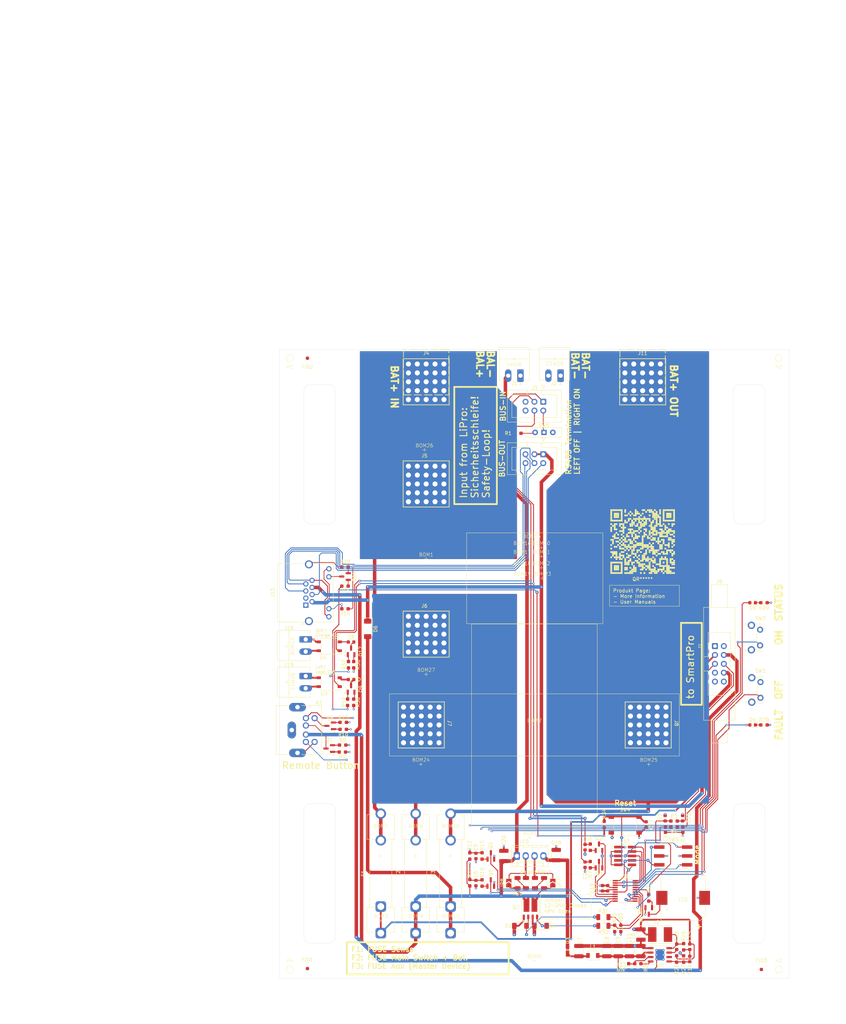
<source format=kicad_pcb>
(kicad_pcb
	(version 20241229)
	(generator "pcbnew")
	(generator_version "9.0")
	(general
		(thickness 1.627)
		(legacy_teardrops no)
	)
	(paper "A3" portrait)
	(layers
		(0 "F.Cu" signal)
		(4 "In1.Cu" signal)
		(6 "In2.Cu" signal)
		(8 "In3.Cu" signal)
		(10 "In4.Cu" signal)
		(2 "B.Cu" signal)
		(9 "F.Adhes" user "F.Adhesive")
		(11 "B.Adhes" user "B.Adhesive")
		(13 "F.Paste" user)
		(15 "B.Paste" user)
		(5 "F.SilkS" user "F.Silkscreen")
		(7 "B.SilkS" user "B.Silkscreen")
		(1 "F.Mask" user)
		(3 "B.Mask" user)
		(17 "Dwgs.User" user "User.Drawings")
		(19 "Cmts.User" user "User.Comments")
		(21 "Eco1.User" user "User.Eco1")
		(23 "Eco2.User" user "User.Eco2")
		(25 "Edge.Cuts" user)
		(27 "Margin" user)
		(31 "F.CrtYd" user "F.Courtyard")
		(29 "B.CrtYd" user "B.Courtyard")
		(35 "F.Fab" user)
		(33 "B.Fab" user)
		(39 "User.1" user)
		(41 "User.2" user)
		(43 "User.3" user)
		(45 "User.4" user)
		(47 "User.5" user)
		(49 "User.6" user)
		(51 "User.7" user)
		(53 "User.8" user)
		(55 "User.9" user)
	)
	(setup
		(stackup
			(layer "F.SilkS"
				(type "Top Silk Screen")
			)
			(layer "F.Paste"
				(type "Top Solder Paste")
			)
			(layer "F.Mask"
				(type "Top Solder Mask")
				(thickness 0.01)
			)
			(layer "F.Cu"
				(type "copper")
				(thickness 0.07)
			)
			(layer "dielectric 1"
				(type "prepreg")
				(thickness 0.1)
				(material "FR4")
				(epsilon_r 4.5)
				(loss_tangent 0.02)
			)
			(layer "In1.Cu"
				(type "copper")
				(thickness 0.07)
			)
			(layer "dielectric 2"
				(type "core")
				(thickness 0.4785)
				(material "FR4")
				(epsilon_r 4.5)
				(loss_tangent 0.02)
			)
			(layer "In2.Cu"
				(type "copper")
				(thickness 0.07)
			)
			(layer "dielectric 3"
				(type "prepreg")
				(thickness 0.1)
				(material "FR4")
				(epsilon_r 4.5)
				(loss_tangent 0.02)
			)
			(layer "In3.Cu"
				(type "copper")
				(thickness 0.035)
			)
			(layer "dielectric 4"
				(type "core")
				(thickness 0.4785)
				(material "FR4")
				(epsilon_r 4.5)
				(loss_tangent 0.02)
			)
			(layer "In4.Cu"
				(type "copper")
				(thickness 0.035)
			)
			(layer "dielectric 5"
				(type "prepreg")
				(thickness 0.1)
				(material "FR4")
				(epsilon_r 4.5)
				(loss_tangent 0.02)
			)
			(layer "B.Cu"
				(type "copper")
				(thickness 0.07)
			)
			(layer "B.Mask"
				(type "Bottom Solder Mask")
				(thickness 0.01)
			)
			(layer "B.Paste"
				(type "Bottom Solder Paste")
			)
			(layer "B.SilkS"
				(type "Bottom Silk Screen")
			)
			(copper_finish "None")
			(dielectric_constraints no)
		)
		(pad_to_mask_clearance 0)
		(allow_soldermask_bridges_in_footprints no)
		(tenting front back)
		(aux_axis_origin 100 120)
		(grid_origin 173 120)
		(pcbplotparams
			(layerselection 0x00000000_00000000_55555555_5755f5ff)
			(plot_on_all_layers_selection 0x00000000_00000000_00000000_00000000)
			(disableapertmacros no)
			(usegerberextensions no)
			(usegerberattributes yes)
			(usegerberadvancedattributes yes)
			(creategerberjobfile yes)
			(dashed_line_dash_ratio 12.000000)
			(dashed_line_gap_ratio 3.000000)
			(svgprecision 4)
			(plotframeref no)
			(mode 1)
			(useauxorigin no)
			(hpglpennumber 1)
			(hpglpenspeed 20)
			(hpglpendiameter 15.000000)
			(pdf_front_fp_property_popups yes)
			(pdf_back_fp_property_popups yes)
			(pdf_metadata yes)
			(pdf_single_document no)
			(dxfpolygonmode yes)
			(dxfimperialunits yes)
			(dxfusepcbnewfont yes)
			(psnegative no)
			(psa4output no)
			(plot_black_and_white yes)
			(plotinvisibletext no)
			(sketchpadsonfab no)
			(plotpadnumbers no)
			(hidednponfab no)
			(sketchdnponfab yes)
			(crossoutdnponfab yes)
			(subtractmaskfromsilk no)
			(outputformat 1)
			(mirror no)
			(drillshape 1)
			(scaleselection 1)
			(outputdirectory "")
		)
	)
	(net 0 "")
	(net 1 "GND")
	(net 2 "Net-(J10-Pin_3)")
	(net 3 "VCC")
	(net 4 "Net-(Q3-B)")
	(net 5 "/RESET")
	(net 6 "/SET")
	(net 7 "/Ub_FUSED")
	(net 8 "Net-(D3-K)")
	(net 9 "Net-(SW5-A)")
	(net 10 "/BMS_OK")
	(net 11 "Net-(U2-VIN)")
	(net 12 "Net-(U2-BST)")
	(net 13 "Net-(U2-SW)")
	(net 14 "Net-(C14-Pad1)")
	(net 15 "Net-(Q4-B)")
	(net 16 "Net-(U2-FB)")
	(net 17 "/B")
	(net 18 "/A")
	(net 19 "Net-(J10-Pin_2)")
	(net 20 "/BTN_ON")
	(net 21 "/BTN_OFF")
	(net 22 "/control/SWCLK")
	(net 23 "Net-(J12-~{RESET})")
	(net 24 "Net-(Q5-B)")
	(net 25 "/control/SWDIO")
	(net 26 "unconnected-(J12-KEY-Pad7)")
	(net 27 "Net-(JP8-A)")
	(net 28 "Net-(Q1-B)")
	(net 29 "/LVP")
	(net 30 "/OVP")
	(net 31 "Net-(Q2-B)")
	(net 32 "Net-(Q6-B)")
	(net 33 "/LED_ERROR")
	(net 34 "/LED_ON")
	(net 35 "Net-(U2-EN{slash}UVLO)")
	(net 36 "Net-(U2-RON)")
	(net 37 "/BMS_OK_PROTECTED")
	(net 38 "/control/R2")
	(net 39 "/control/R1")
	(net 40 "/control/BTN_OFF")
	(net 41 "/control/BTN_ON")
	(net 42 "Net-(BZ1--)")
	(net 43 "Net-(Q8-B)")
	(net 44 "Net-(U1-PA9{slash}PA11)")
	(net 45 "Net-(U1-PC14)")
	(net 46 "Net-(U1-PC15)")
	(net 47 "unconnected-(U2-PGOOD-Pad6)")
	(net 48 "/~{OC_FAULT}")
	(net 49 "/LVP_IN")
	(net 50 "/OVP_IN")
	(net 51 "Net-(D4-K)")
	(net 52 "Net-(D5-K)")
	(net 53 "/control/RELAIS_RESET")
	(net 54 "/control/RELAIS_SET")
	(net 55 "unconnected-(J3-Pin_5-Pad5)")
	(net 56 "unconnected-(J3-Pin_6-Pad6)")
	(net 57 "Net-(J13-Pad10)")
	(net 58 "Net-(Q14-C)")
	(net 59 "/BAT+_IN")
	(net 60 "Net-(J9-Pin_3)")
	(net 61 "/BAT+_SI")
	(net 62 "/BAT+_OUT")
	(net 63 "unconnected-(J9-Pin_7-Pad7)")
	(net 64 "/B_OUT")
	(net 65 "/A_OUT")
	(net 66 "/GND_OUT")
	(net 67 "/+5V_OUT")
	(net 68 "Net-(D6-A)")
	(net 69 "/~{OC_FAULT_PROTECTED}")
	(net 70 "/VCC_FROM_EASY_SWITCH")
	(net 71 "unconnected-(SW5-C-Pad2)")
	(net 72 "Net-(D7-A)")
	(net 73 "Net-(D8-A)")
	(net 74 "Net-(D6-K)")
	(net 75 "Net-(D7-K)")
	(net 76 "Net-(D8-K)")
	(net 77 "Net-(J15-Pin_2)")
	(net 78 "Net-(J15-Pin_1)")
	(net 79 "Net-(J16-Pin_1)")
	(net 80 "Net-(J16-Pin_2)")
	(net 81 "Net-(Q1-C)")
	(net 82 "Net-(Q4-C)")
	(net 83 "Net-(Q1-E)")
	(net 84 "Net-(Q4-E)")
	(net 85 "Net-(Q9-E)")
	(net 86 "Net-(Q12-E)")
	(net 87 "Net-(Q14-E)")
	(net 88 "Net-(Q9-B)")
	(net 89 "Net-(JP7-A)")
	(net 90 "Net-(R17-Pad1)")
	(net 91 "Net-(R19-Pad2)")
	(net 92 "Net-(Q12-B)")
	(net 93 "Net-(Q14-B)")
	(footprint "Package_SO:SO-4_4.4x4.3mm_P2.54mm" (layer "F.Cu") (at 114.25 215.25 180))
	(footprint "Capacitor_SMD:C_0603_1608Metric" (layer "F.Cu") (at 187.5 267.5 90))
	(footprint "Connector_IDC:IDC-Header_2x03_P2.54mm_Vertical" (layer "F.Cu") (at 175.54 150 -90))
	(footprint "Resistor_SMD:R_0603_1608Metric_Pad0.98x0.95mm_HandSolder" (layer "F.Cu") (at 168.25 144))
	(footprint "Capacitor_SMD:C_0603_1608Metric" (layer "F.Cu") (at 187.5 262.5 90))
	(footprint "LED_SMD:LED_0603_1608Metric" (layer "F.Cu") (at 120.5 203.75 180))
	(footprint "myPackage_SO:HSOP-8-1EP_3.9x4.9mm_P1.27mm_EP2.41x3.1mm_ThermalVias_0.3mm" (layer "F.Cu") (at 208.955 293.3))
	(footprint "Capacitor_SMD:C_0603_1608Metric" (layer "F.Cu") (at 156.25 272.75 90))
	(footprint "Fiducial:Fiducial_1mm_Mask3mm" (layer "F.Cu") (at 108 297.25))
	(footprint "Package_TO_SOT_SMD:SOT-23" (layer "F.Cu") (at 120.5 206.4375 90))
	(footprint "Resistor_SMD:R_1206_3216Metric" (layer "F.Cu") (at 170.57 272.775 -90))
	(footprint "myBOM:BOM_PART_2x2mm" (layer "F.Cu") (at 139 265))
	(footprint "myWürthSHFU:WP-SHFU_7461098_HAL_gewinkelt" (layer "F.Cu") (at 204 129.25))
	(footprint "Resistor_SMD:R_0603_1608Metric_Pad0.98x0.95mm_HandSolder" (layer "F.Cu") (at 197.75 285.75 -90))
	(footprint "Connector_Phoenix_MC:PhoenixContact_MC_1,5_2-G-3.5_1x02_P3.50mm_Horizontal" (layer "F.Cu") (at 169 127.5 180))
	(footprint "Connector_Phoenix_MC:PhoenixContact_MC_1,5_2-G-3.5_1x02_P3.50mm_Horizontal" (layer "F.Cu") (at 107.5 203 -90))
	(footprint "Capacitor_SMD:C_1210_3225Metric" (layer "F.Cu") (at 179.25 264.75 90))
	(footprint "Resistor_SMD:R_1206_3216Metric" (layer "F.Cu") (at 192.75 285 180))
	(footprint "Resistor_SMD:R_0603_1608Metric_Pad0.98x0.95mm_HandSolder" (layer "F.Cu") (at 238.75 192.5))
	(footprint "LED_SMD:LED_0603_1608Metric" (layer "F.Cu") (at 120.5 214.5 180))
	(footprint "Resistor_SMD:R_0603_1608Metric_Pad0.98x0.95mm_HandSolder" (layer "F.Cu") (at 118.75 182.25 180))
	(footprint "Resistor_SMD:R_0603_1608Metric_Pad0.98x0.95mm_HandSolder" (layer "F.Cu") (at 118.25 226.75))
	(footprint "myBOM:BOM_PART_2x2mm" (layer "F.Cu") (at 173 295))
	(footprint "Resistor_SMD:R_0603_1608Metric_Pad0.98x0.95mm_HandSolder" (layer "F.Cu") (at 200 296.75 -90))
	(footprint "Resistor_SMD:R_1206_3216Metric" (layer "F.Cu") (at 175.77 272.775 -90))
	(footprint "Connector_IDC:IDC-Header_2x05_P2.54mm_Latch6.5mm_Vertical" (layer "F.Cu") (at 224.71 204.92))
	(footprint "myBOM:BOM_PART_2x2mm" (layer "F.Cu") (at 142 213))
	(footprint "myBOM:BOM_PART_2x2mm" (layer "F.Cu") (at 167.25 122.75 180))
	(footprint "Capacitor_SMD:C_0603_1608Metric" (layer "F.Cu") (at 217.5 294.5 -90))
	(footprint "myBOM:BOM_PART_2x2mm" (layer "F.Cu") (at 175.25 185.5))
	(footprint "Resistor_SMD:R_0603_1608Metric_Pad0.98x0.95mm_HandSolder" (layer "F.Cu") (at 118 235.25 180))
	(footprint "Capacitor_SMD:C_0603_1608Metric" (layer "F.Cu") (at 156.25 265 90))
	(footprint "myHoles:printer_mounting_holes_1mm" (layer "F.Cu") (at 103 297.5))
	(footprint "Resistor_SMD:R_0603_1608Metric_Pad0.98x0.95mm_HandSolder" (layer "F.Cu") (at 118.75 187.75 180))
	(footprint "myWürthSHFU:WP-SHFU_7461098_HAL"
		(layer "F.Cu")
		(uuid "34660250-fc94-4cb6-a366-f6bfebcc8925")
		(at 142 158.5)
		(descr "WP-SHFU External thread, full plain\nDrill hole specification for HAL\nThread M6 , 25pins\nMax Height = 15.5mm")
		(property "Reference" "J5"
			(at -0.5 -7.5 0)
			(unlocked yes)
			(layer "F.SilkS")
			(uuid "b98c1c97-db84-4a6f-b632-be8166fe2593")
			(effects
				(font
					(size 1 1)
					(thickness 0.15)
				)
				(justify bottom)
			)
		)
		(property "Value" "Würth RedCube M6"
			(at -3.5 8.8 0)
			(unlocked yes)
			(layer "F.Fab")
			(uuid "b9c5fbcf-3a0d-45d1-a319-60c7f3986a6f")
			(effects
				(font
					(size 1.1684 1.1684)
					(thickness 0.1016)
				)
				(justify left bottom)
			)
		)
		(property "Datasheet" "https://www.lcsc.com/datasheet/lcsc_datasheet_2409261545_SAMZO-14580S0M5_C41416688.pdf"
			(at 0 0 0)
			(layer "F.Fab")
			(hide yes)
			(uuid "48bdedb9-93cd-4ddf-a42d-f5017451a656")
			(effects
				(font
					(size 1.27 1.27)
					(thickness 0.15)
				)
			)
		)
		(property "Description" "RED CUBE SCHRAUBTERMINAL WP-SHFU M6 BOLZEN 250 A"
			(at 0 0 0)
			(layer "F.Fab")
			(hide yes)
			(uuid "09440129-2c9e-4e38-847e-5b97ed260da6")
			(effects
				(font
					(size 1.27 1.27)
					(thickness 0.15)
				)
			)
		)
		(property "ECS Art#" "CON521"
			(at 0 0 0)
			(unlocked
... [1444754 chars truncated]
</source>
